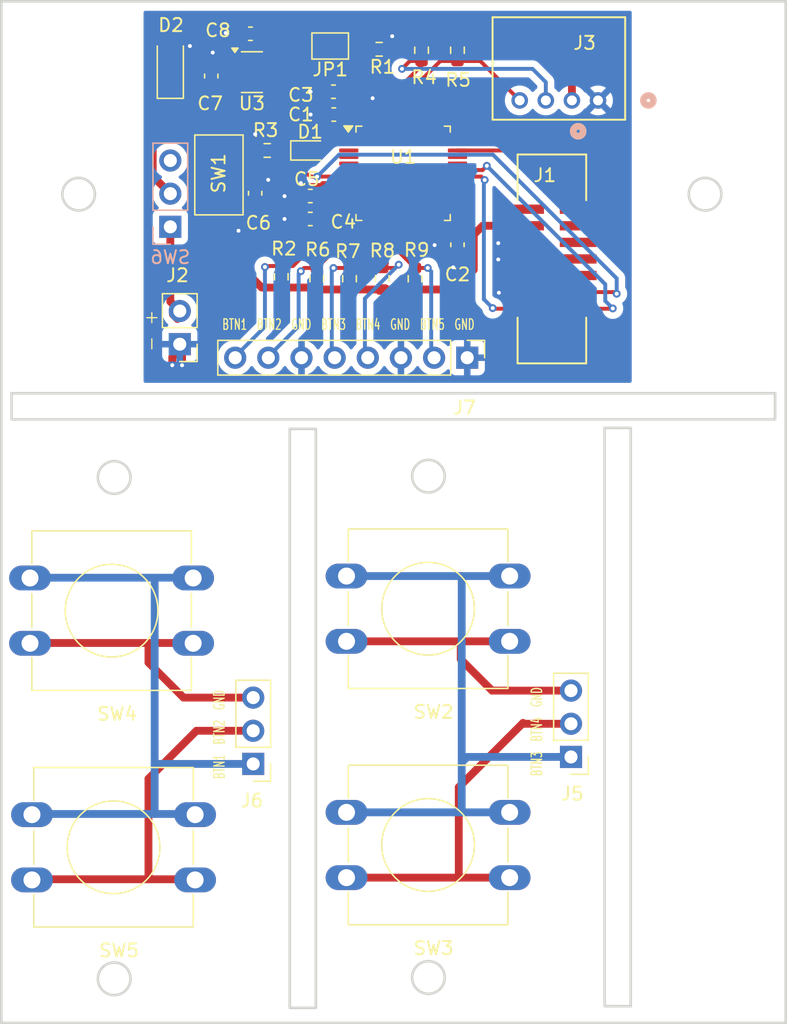
<source format=kicad_pcb>
(kicad_pcb (version 20240108) (generator "pcbnew") (generator_version "8.0")
  (layers (0 "F.Cu" signal) (31 "B.Cu" signal) (34 "B.Paste" user) (35 "F.Paste" user) (36 "B.SilkS" user "B.Silkscreen") (37 "F.SilkS" user "F.Silkscreen") (38 "B.Mask" user) (39 "F.Mask" user) (44 "Edge.Cuts" user))
  (net 0 "")
  (net 1 "VCC")
  (net 2 "GND")
  (net 3 "/NRST")
  (net 4 "Net-(D1-K)")
  (net 7 "unconnected-(J1-JTDO{slash}SWO-Pad8)")
  (net 9 "/SWDIO")
  (net 11 "/SWCLK")
  (net 12 "Net-(JP1-A)")
  (net 13 "/B9")
  (net 14 "/I2C_SDA")
  (net 15 "/I2C_SCL")
  (net 16 "/C14")
  (net 17 "/B4")
  (net 18 "/B15")
  (net 19 "/A12")
  (net 20 "/B12")
  (net 21 "/F1")
  (net 22 "/C15")
  (net 23 "/B1")
  (net 24 "/A11")
  (net 25 "/B11")
  (net 26 "/B5")
  (net 27 "/B3")
  (net 28 "/A8")
  (net 29 "/B14")
  (net 30 "/F7")
  (net 31 "/F0")
  (net 32 "/B8")
  (net 33 "/B2")
  (net 34 "V_BAT")
  (net 36 "/B10")
  (net 37 "/B13")
  (net 38 "/A15")
  (net 39 "/B0")
  (net 40 "/F6")
  (net 41 "/TEST_LED")
  (net 42 "/USART1_TX")
  (net 43 "/USART1_RX")
  (net 44 "/BTN4")
  (net 45 "/BTN5")
  (net 46 "/BTN1")
  (net 47 "/BTN3")
  (net 48 "/BTN2")
  (net 49 "Net-(J5-Pin_1)")
  (net 50 "Net-(J5-Pin_3)")
  (net 51 "Net-(J5-Pin_2)")
  (net 52 "Net-(J6-Pin_2)")
  (net 53 "Net-(J6-Pin_1)")
  (net 54 "Net-(J6-Pin_3)")
  (net 55 "/A2")
  (net 56 "/A1")
  (net 57 "/A0")
  (net 58 "Net-(D2-K)")
  (footprint "Connector_PinHeader_2.54mm:PinHeader_1x02_P2.54mm_Vertical" (layer "F.Cu") (at 120.35 50.09 180)
    (property "Reference" "J2" (at 0.175 5.275 0) (layer "F.SilkS"))
    (property "Value" "Conn_01x02")
    (pad "1" thru_hole rect (at 0 0 180) (size 1.7 1.7) (drill 1) (layers "*.Cu" "*.Mask") (net 2 "GND"))
    (pad "2" thru_hole oval (at 0 2.54 180) (size 1.7 1.7) (drill 1) (layers "*.Cu" "*.Mask") (net 34 "V_BAT"))
  )
  (footprint "Connector_PinHeader_2.54mm:PinHeader_1x08_P2.54mm_Vertical" (layer "F.Cu") (at 142.375 51.125 -90)
    (property "Reference" "J7" (at 3.825 0.2 0) (layer "F.SilkS"))
    (property "Value" "Conn_01x08")
    (pad "1" thru_hole rect (at 0 0 270) (size 1.7 1.7) (drill 1) (layers "*.Cu" "*.Mask") (net 2 "GND"))
    (pad "2" thru_hole oval (at 0 2.54 270) (size 1.7 1.7) (drill 1) (layers "*.Cu" "*.Mask") (net 45 "/BTN5"))
    (pad "3" thru_hole oval (at 0 5.08 270) (size 1.7 1.7) (drill 1) (layers "*.Cu" "*.Mask") (net 2 "GND"))
    (pad "4" thru_hole oval (at 0 7.62 270) (size 1.7 1.7) (drill 1) (layers "*.Cu" "*.Mask") (net 44 "/BTN4"))
    (pad "5" thru_hole oval (at 0 10.16 270) (size 1.7 1.7) (drill 1) (layers "*.Cu" "*.Mask") (net 47 "/BTN3"))
    (pad "6" thru_hole oval (at 0 12.7 270) (size 1.7 1.7) (drill 1) (layers "*.Cu" "*.Mask") (net 2 "GND"))
    (pad "7" thru_hole oval (at 0 15.24 270) (size 1.7 1.7) (drill 1) (layers "*.Cu" "*.Mask") (net 48 "/BTN2"))
    (pad "8" thru_hole oval (at 0 17.78 270) (size 1.7 1.7) (drill 1) (layers "*.Cu" "*.Mask") (net 46 "/BTN1"))
  )
  (footprint "LED_SMD:LED_0603_1608Metric" (layer "F.Cu") (at 130.3375 35.25)
    (property "Reference" "D1" (at 0 -1.43 0) (layer "F.SilkS"))
    (property "Value" "LED")
    (pad "1" smd roundrect (at -0.7875 0) (size 0.875 0.95) (layers "F.Cu" "F.Paste" "F.Mask") (net 4 "Net-(D1-K)"))
    (pad "2" smd roundrect (at 0.7875 0) (size 0.875 0.95) (layers "F.Cu" "F.Paste" "F.Mask") (net 41 "/TEST_LED"))
  )
  (footprint "Diode_SMD:D_SOD-123" (layer "F.Cu") (at 119.625 28.9 90)
    (property "Reference" "D2" (at 3.25 0.05 180) (layer "F.SilkS"))
    (property "Value" "D_Schottky")
    (pad "1" smd roundrect (at -1.65 0 90) (size 0.9 1.2) (layers "F.Cu" "F.Paste" "F.Mask") (net 58 "Net-(D2-K)"))
    (pad "2" smd roundrect (at 1.65 0 90) (size 0.9 1.2) (layers "F.Cu" "F.Paste" "F.Mask") (net 2 "GND"))
  )
  (footprint "Connector_PinHeader_2.54mm:PinHeader_1x03_P2.54mm_Vertical" (layer "F.Cu") (at 125.975 82.24 180)
    (property "Reference" "J6" (at 0.1 -2.81 0) (layer "F.SilkS"))
    (property "Value" "Conn_01x03")
    (pad "1" thru_hole rect (at 0 0 180) (size 1.7 1.7) (drill 1) (layers "*.Cu" "*.Mask") (net 53 "Net-(J6-Pin_1)"))
    (pad "2" thru_hole oval (at 0 2.54 180) (size 1.7 1.7) (drill 1) (layers "*.Cu" "*.Mask") (net 52 "Net-(J6-Pin_2)"))
    (pad "3" thru_hole oval (at 0 5.08 180) (size 1.7 1.7) (drill 1) (layers "*.Cu" "*.Mask") (net 54 "Net-(J6-Pin_3)"))
  )
  (footprint "STM32F030:CONN_S4B-PH-K-S_JST" (layer "F.Cu") (at 152.395099 31.4174 180)
    (property "Reference" "J3" (at 1.025 4.4 0) (layer "F.SilkS"))
    (property "Value" "Conn_01x04")
    (pad "1" thru_hole circle (at 0 0 180) (size 1.27 1.27) (drill 0.762) (layers "*.Cu" "*.Mask") (net 2 "GND"))
    (pad "2" thru_hole circle (at 1.999999 0 180) (size 1.27 1.27) (drill 0.762) (layers "*.Cu" "*.Mask") (net 1 "VCC"))
    (pad "3" thru_hole circle (at 4 0 180) (size 1.27 1.27) (drill 0.762) (layers "*.Cu" "*.Mask") (net 14 "/I2C_SDA"))
    (pad "4" thru_hole circle (at 5.999998 0 180) (size 1.27 1.27) (drill 0.762) (layers "*.Cu" "*.Mask") (net 15 "/I2C_SCL"))
  )
  (footprint "Button_Switch_THT:SW_PUSH-12mm" (layer "F.Cu") (at 121.525 91.125 180)
    (property "Reference" "SW5" (at 5.83 -5.41 0) (layer "F.SilkS"))
    (property "Value" "SW_Push")
    (pad "1" thru_hole oval (at 0 0 180) (size 3.2 1.9) (drill 1.3) (layers "*.Cu" "*.Mask") (net 52 "Net-(J6-Pin_2)"))
    (pad "1" thru_hole oval (at 12.5 0 180) (size 3.2 1.9) (drill 1.3) (layers "*.Cu" "*.Mask") (net 52 "Net-(J6-Pin_2)"))
    (pad "2" thru_hole oval (at 0 5 180) (size 3.2 1.9) (drill 1.3) (layers "*.Cu" "*.Mask") (net 53 "Net-(J6-Pin_1)"))
    (pad "2" thru_hole oval (at 12.5 5 180) (size 3.2 1.9) (drill 1.3) (layers "*.Cu" "*.Mask") (net 53 "Net-(J6-Pin_1)"))
  )
  (footprint "Capacitor_SMD:C_0603_1608Metric" (layer "F.Cu") (at 126.125 38.525 90)
    (property "Reference" "C6" (at -2.275 0.25 180) (layer "F.SilkS"))
    (property "Value" "100nF")
    (pad "1" smd roundrect (at -0.775 0 90) (size 0.9 0.95) (layers "F.Cu" "F.Paste" "F.Mask") (net 3 "/NRST"))
    (pad "2" smd roundrect (at 0.775 0 90) (size 0.9 0.95) (layers "F.Cu" "F.Paste" "F.Mask") (net 2 "GND"))
  )
  (footprint "Resistor_SMD:R_0603_1608Metric" (layer "F.Cu") (at 130.845 45.075 90)
    (property "Reference" "R6" (at 2.225 0.08 180) (layer "F.SilkS"))
    (property "Value" "10k")
    (pad "1" smd roundrect (at -0.825 0 90) (size 0.8 0.95) (layers "F.Cu" "F.Paste" "F.Mask") (net 1 "VCC"))
    (pad "2" smd roundrect (at 0.825 0 90) (size 0.8 0.95) (layers "F.Cu" "F.Paste" "F.Mask") (net 48 "/BTN2"))
  )
  (footprint "Package_QFP:LQFP-48_7x7mm_P0.5mm" (layer "F.Cu") (at 137.4625 37)
    (property "Reference" "U1" (at 0 -1.25 0) (layer "F.SilkS"))
    (property "Value" "STM32F030C8Tx")
    (pad "1" smd roundrect (at -4.1625 -2.75) (size 1.475 0.3) (layers "F.Cu" "F.Paste" "F.Mask") (net 1 "VCC"))
    (pad "2" smd roundrect (at -4.1625 -2.25) (size 1.475 0.3) (layers "F.Cu" "F.Paste" "F.Mask") (net 41 "/TEST_LED"))
    (pad "3" smd roundrect (at -4.1625 -1.75) (size 1.475 0.3) (layers "F.Cu" "F.Paste" "F.Mask") (net 16 "/C14"))
    (pad "4" smd roundrect (at -4.1625 -1.25) (size 1.475 0.3) (layers "F.Cu" "F.Paste" "F.Mask") (net 22 "/C15"))
    (pad "5" smd roundrect (at -4.1625 -0.75) (size 1.475 0.3) (layers "F.Cu" "F.Paste" "F.Mask") (net 31 "/F0"))
    (pad "6" smd roundrect (at -4.1625 -0.25) (size 1.475 0.3) (layers "F.Cu" "F.Paste" "F.Mask") (net 21 "/F1"))
    (pad "7" smd roundrect (at -4.1625 0.25) (size 1.475 0.3) (layers "F.Cu" "F.Paste" "F.Mask") (net 3 "/NRST"))
    (pad "8" smd roundrect (at -4.1625 0.75) (size 1.475 0.3) (layers "F.Cu" "F.Paste" "F.Mask") (net 2 "GND"))
    (pad "9" smd roundrect (at -4.1625 1.25) (size 1.475 0.3) (layers "F.Cu" "F.Paste" "F.Mask") (net 1 "VCC"))
    (pad "10" smd roundrect (at -4.1625 1.75) (size 1.475 0.3) (layers "F.Cu" "F.Paste" "F.Mask") (net 57 "/A0"))
    (pad "11" smd roundrect (at -4.1625 2.25) (size 1.475 0.3) (layers "F.Cu" "F.Paste" "F.Mask") (net 56 "/A1"))
    (pad "12" smd roundrect (at -4.1625 2.75) (size 1.475 0.3) (layers "F.Cu" "F.Paste" "F.Mask") (net 55 "/A2"))
    (pad "13" smd roundrect (at -2.75 4.1625) (size 0.3 1.475) (layers "F.Cu" "F.Paste" "F.Mask") (net 46 "/BTN1"))
    (pad "14" smd roundrect (at -2.25 4.1625) (size 0.3 1.475) (layers "F.Cu" "F.Paste" "F.Mask") (net 48 "/BTN2"))
    (pad "15" smd roundrect (at -1.75 4.1625) (size 0.3 1.475) (layers "F.Cu" "F.Paste" "F.Mask") (net 47 "/BTN3"))
    (pad "16" smd roundrect (at -1.25 4.1625) (size 0.3 1.475) (layers "F.Cu" "F.Paste" "F.Mask") (net 44 "/BTN4"))
    (pad "17" smd roundrect (at -0.75 4.1625) (size 0.3 1.475) (layers "F.Cu" "F.Paste" "F.Mask") (net 45 "/BTN5"))
    (pad "18" smd roundrect (at -0.25 4.1625) (size 0.3 1.475) (layers "F.Cu" "F.Paste" "F.Mask") (net 39 "/B0"))
    (pad "19" smd roundrect (at 0.25 4.1625) (size 0.3 1.475) (layers "F.Cu" "F.Paste" "F.Mask") (net 23 "/B1"))
    (pad "20" smd roundrect (at 0.75 4.1625) (size 0.3 1.475) (layers "F.Cu" "F.Paste" "F.Mask") (net 33 "/B2"))
    (pad "21" smd roundrect (at 1.25 4.1625) (size 0.3 1.475) (layers "F.Cu" "F.Paste" "F.Mask") (net 36 "/B10"))
    (pad "22" smd roundrect (at 1.75 4.1625) (size 0.3 1.475) (layers "F.Cu" "F.Paste" "F.Mask") (net 25 "/B11"))
    (pad "23" smd roundrect (at 2.25 4.1625) (size 0.3 1.475) (layers "F.Cu" "F.Paste" "F.Mask") (net 2 "GND"))
    (pad "24" smd roundrect (at 2.75 4.1625) (size 0.3 1.475) (layers "F.Cu" "F.Paste" "F.Mask") (net 1 "VCC"))
    (pad "25" smd roundrect (at 4.1625 2.75) (size 1.475 0.3) (layers "F.Cu" "F.Paste" "F.Mask") (net 20 "/B12"))
    (pad "26" smd roundrect (at 4.1625 2.25) (size 1.475 0.3) (layers "F.Cu" "F.Paste" "F.Mask") (net 37 "/B13"))
    (pad "27" smd roundrect (at 4.1625 1.75) (size 1.475 0.3) (layers "F.Cu" "F.Paste" "F.Mask") (net 29 "/B14"))
    (pad "28" smd roundrect (at 4.1625 1.25) (size 1.475 0.3) (layers "F.Cu" "F.Paste" "F.Mask") (net 18 "/B15"))
    (pad "29" smd roundrect (at 4.1625 0.75) (size 1.475 0.3) (layers "F.Cu" "F.Paste" "F.Mask") (net 28 "/A8"))
    (pad "30" smd roundrect (at 4.1625 0.25) (size 1.475 0.3) (layers "F.Cu" "F.Paste" "F.Mask") (net 42 "/USART1_TX"))
    (pad "31" smd roundrect (at 4.1625 -0.25) (size 1.475 0.3) (layers "F.Cu" "F.Paste" "F.Mask") (net 43 "/USART1_RX"))
    (pad "32" smd roundrect (at 4.1625 -0.75) (size 1.475 0.3) (layers "F.Cu" "F.Paste" "F.Mask") (net 24 "/A11"))
    (pad "33" smd roundrect (at 4.1625 -1.25) (size 1.475 0.3) (layers "F.Cu" "F.Paste" "F.Mask") (net 19 "/A12"))
    (pad "34" smd roundrect (at 4.1625 -1.75) (size 1.475 0.3) (layers "F.Cu" "F.Paste" "F.Mask") (net 9 "/SWDIO"))
    (pad "35" smd roundrect (at 4.1625 -2.25) (size 1.475 0.3) (layers "F.Cu" "F.Paste" "F.Mask") (net 40 "/F6"))
    (pad "36" smd roundrect (at 4.1625 -2.75) (size 1.475 0.3) (layers "F.Cu" "F.Paste" "F.Mask") (net 30 "/F7"))
    (pad "37" smd roundrect (at 2.75 -4.1625) (size 0.3 1.475) (layers "F.Cu" "F.Paste" "F.Mask") (net 11 "/SWCLK"))
    (pad "38" smd roundrect (at 2.25 -4.1625) (size 0.3 1.475) (layers "F.Cu" "F.Paste" "F.Mask") (net 38 "/A15"))
    (pad "39" smd roundrect (at 1.75 -4.1625) (size 0.3 1.475) (layers "F.Cu" "F.Paste" "F.Mask") (net 27 "/B3"))
    (pad "40" smd roundrect (at 1.25 -4.1625) (size 0.3 1.475) (layers "F.Cu" "F.Paste" "F.Mask") (net 17 "/B4"))
    (pad "41" smd roundrect (at 0.75 -4.1625) (size 0.3 1.475) (layers "F.Cu" "F.Paste" "F.Mask") (net 26 "/B5"))
    (pad "42" smd roundrect (at 0.25 -4.1625) (size 0.3 1.475) (layers "F.Cu" "F.Paste" "F.Mask") (net 15 "/I2C_SCL"))
    (pad "43" smd roundrect (at -0.25 -4.1625) (size 0.3 1.475) (layers "F.Cu" "F.Paste" "F.Mask") (net 14 "/I2C_SDA"))
    (pad "44" smd roundrect (at -0.75 -4.1625) (size 0.3 1.475) (layers "F.Cu" "F.Paste" "F.Mask") (net 12 "Net-(JP1-A)"))
    (pad "45" smd roundrect (at -1.25 -4.1625) (size 0.3 1.475) (layers "F.Cu" "F.Paste" "F.Mask") (net 32 "/B8"))
    (pad "46" smd roundrect (at -1.75 -4.1625) (size 0.3 1.475) (layers "F.Cu" "F.Paste" "F.Mask") (net 13 "/B9"))
    (pad "47" smd roundrect (at -2.25 -4.1625) (size 0.3 1.475) (layers "F.Cu" "F.Paste" "F.Mask") (net 2 "GND"))
    (pad "48" smd roundrect (at -2.75 -4.1625) (size 0.3 1.475) (layers "F.Cu" "F.Paste" "F.Mask") (net 1 "VCC"))
  )
  (footprint "Button_Switch_THT:SW_PUSH-12mm" (layer "F.Cu") (at 145.625 90.95 180)
    (property "Reference" "SW3" (at 5.83 -5.41 0) (layer "F.SilkS"))
    (property "Value" "SW_Push")
    (pad "1" thru_hole oval (at 0 0 180) (size 3.2 1.9) (drill 1.3) (layers "*.Cu" "*.Mask") (net 51 "Net-(J5-Pin_2)"))
    (pad "1" thru_hole oval (at 12.5 0 180) (size 3.2 1.9) (drill 1.3) (layers "*.Cu" "*.Mask") (net 51 "Net-(J5-Pin_2)"))
    (pad "2" thru_hole oval (at 0 5 180) (size 3.2 1.9) (drill 1.3) (layers "*.Cu" "*.Mask") (net 49 "Net-(J5-Pin_1)"))
    (pad "2" thru_hole oval (at 12.5 5 180) (size 3.2 1.9) (drill 1.3) (layers "*.Cu" "*.Mask") (net 49 "Net-(J5-Pin_1)"))
  )
  (footprint "Resistor_SMD:R_0603_1608Metric" (layer "F.Cu") (at 135.865 45.075 90)
    (property "Reference" "R8" (at 2.15 0.01 180) (layer "F.SilkS"))
    (property "Value" "10k")
    (pad "1" smd roundrect (at -0.825 0 90) (size 0.8 0.95) (layers "F.Cu" "F.Paste" "F.Mask") (net 1 "VCC"))
    (pad "2" smd roundrect (at 0.825 0 90) (size 0.8 0.95) (layers "F.Cu" "F.Paste" "F.Mask") (net 44 "/BTN4"))
  )
  (footprint "Capacitor_SMD:C_0603_1608Metric" (layer "F.Cu") (at 130.35 40.5 180)
    (property "Reference" "C4" (at -2.525 -0.225 180) (layer "F.SilkS"))
    (property "Value" "10nF")
    (pad "1" smd roundrect (at -0.775 0 180) (size 0.9 0.95) (layers "F.Cu" "F.Paste" "F.Mask") (net 1 "VCC"))
    (pad "2" smd roundrect (at 0.775 0 180) (size 0.9 0.95) (layers "F.Cu" "F.Paste" "F.Mask") (net 2 "GND"))
  )
  (footprint "Resistor_SMD:R_0603_1608Metric" (layer "F.Cu") (at 127.05 35.25 180)
    (property "Reference" "R3" (at 0.125 1.55 0) (layer "F.SilkS"))
    (property "Value" "1k")
    (pad "1" smd roundrect (at -0.825 0 180) (size 0.8 0.95) (layers "F.Cu" "F.Paste" "F.Mask") (net 4 "Net-(D1-K)"))
    (pad "2" smd roundrect (at 0.825 0 180) (size 0.8 0.95) (layers "F.Cu" "F.Paste" "F.Mask") (net 2 "GND"))
  )
  (footprint "Capacitor_SMD:C_0603_1608Metric" (layer "F.Cu") (at 122.7625 29.55 90)
    (property "Reference" "C7" (at -2.1 -0.0875 180) (layer "F.SilkS"))
    (property "Value" "1uF")
    (pad "1" smd roundrect (at -0.775 0 90) (size 0.9 0.95) (layers "F.Cu" "F.Paste" "F.Mask") (net 58 "Net-(D2-K)"))
    (pad "2" smd roundrect (at 0.775 0 90) (size 0.9 0.95) (layers "F.Cu" "F.Paste" "F.Mask") (net 2 "GND"))
  )
  (footprint "Capacitor_SMD:C_0603_1608Metric" (layer "F.Cu") (at 132.15 32.5 180)
    (property "Reference" "C1" (at 2.525 0 0) (layer "F.SilkS"))
    (property "Value" "100nF")
    (pad "1" smd roundrect (at -0.775 0 180) (size 0.9 0.95) (layers "F.Cu" "F.Paste" "F.Mask") (net 1 "VCC"))
    (pad "2" smd roundrect (at 0.775 0 180) (size 0.9 0.95) (layers "F.Cu" "F.Paste" "F.Mask") (net 2 "GND"))
  )
  (footprint "Resistor_SMD:R_0603_1608Metric" (layer "F.Cu") (at 138.875 27.575 -90)
    (property "Reference" "R4" (at 2.075 -0.2 180) (layer "F.SilkS"))
    (property "Value" "10k")
    (pad "1" smd roundrect (at -0.825 0 270) (size 0.8 0.95) (layers "F.Cu" "F.Paste" "F.Mask") (net 1 "VCC"))
    (pad "2" smd roundrect (at 0.825 0 270) (size 0.8 0.95) (layers "F.Cu" "F.Paste" "F.Mask") (net 14 "/I2C_SDA"))
  )
  (footprint "Resistor_SMD:R_0603_1608Metric" (layer "F.Cu") (at 135.625 27.5)
    (property "Reference" "R1" (at 0.25 1.35 0) (layer "F.SilkS"))
    (property "Value" "10k")
    (pad "1" smd roundrect (at -0.825 0) (size 0.8 0.95) (layers "F.Cu" "F.Paste" "F.Mask") (net 12 "Net-(JP1-A)"))
    (pad "2" smd roundrect (at 0.825 0) (size 0.8 0.95) (layers "F.Cu" "F.Paste" "F.Mask") (net 2 "GND"))
  )
  (footprint "Capacitor_SMD:C_0603_1608Metric" (layer "F.Cu") (at 132.125 30.75 180)
    (property "Reference" "C3" (at 2.5 -0.25 0) (layer "F.SilkS"))
    (property "Value" "1.47uF")
    (pad "1" smd roundrect (at -0.775 0 180) (size 0.9 0.95) (layers "F.Cu" "F.Paste" "F.Mask") (net 1 "VCC"))
    (pad "2" smd roundrect (at 0.775 0 180) (size 0.9 0.95) (layers "F.Cu" "F.Paste" "F.Mask") (net 2 "GND"))
  )
  (footprint "Button_Switch_THT:SW_PUSH-12mm" (layer "F.Cu") (at 145.625 72.85 180)
    (property "Reference" "SW2" (at 5.83 -5.41 0) (layer "F.SilkS"))
    (property "Value" "SW_Push")
    (pad "1" thru_hole oval (at 0 0 180) (size 3.2 1.9) (drill 1.3) (layers "*.Cu" "*.Mask") (net 50 "Net-(J5-Pin_3)"))
    (pad "1" thru_hole oval (at 12.5 0 180) (size 3.2 1.9) (drill 1.3) (layers "*.Cu" "*.Mask") (net 50 "Net-(J5-Pin_3)"))
    (pad "2" thru_hole oval (at 0 5 180) (size 3.2 1.9) (drill 1.3) (layers "*.Cu" "*.Mask") (net 49 "Net-(J5-Pin_1)"))
    (pad "2" thru_hole oval (at 12.5 5 180) (size 3.2 1.9) (drill 1.3) (layers "*.Cu" "*.Mask") (net 49 "Net-(J5-Pin_1)"))
  )
  (footprint "Resistor_SMD:R_0603_1608Metric" (layer "F.Cu") (at 138.375 45.075 90)
    (property "Reference" "R9" (at 2.2 0.125 180) (layer "F.SilkS"))
    (property "Value" "10k")
    (pad "1" smd roundrect (at -0.825 0 90) (size 0.8 0.95) (layers "F.Cu" "F.Paste" "F.Mask") (net 1 "VCC"))
    (pad "2" smd roundrect (at 0.825 0 90) (size 0.8 0.95) (layers "F.Cu" "F.Paste" "F.Mask") (net 45 "/BTN5"))
  )
  (footprint "Capacitor_SMD:C_0603_1608Metric" (layer "F.Cu") (at 141.625 42.475 -90)
    (property "Reference" "C2" (at 2.275 0 180) (layer "F.SilkS"))
    (property "Value" "100nF")
    (pad "1" smd roundrect (at -0.775 0 270) (size 0.9 0.95) (layers "F.Cu" "F.Paste" "F.Mask") (net 1 "VCC"))
    (pad "2" smd roundrect (at 0.775 0 270) (size 0.9 0.95) (layers "F.Cu" "F.Paste" "F.Mask") (net 2 "GND"))
  )
  (footprint "Resistor_SMD:R_0603_1608Metric" (layer "F.Cu") (at 128.125 44.925 90)
    (property "Reference" "R2" (at 2.15 0.2 180) (layer "F.SilkS"))
    (property "Value" "10k")
    (pad "1" smd roundrect (at -0.825 0 90) (size 0.8 0.95) (layers "F.Cu" "F.Paste" "F.Mask") (net 1 "VCC"))
    (pad "2" smd roundrect (at 0.825 0 90) (size 0.8 0.95) (layers "F.Cu" "F.Paste" "F.Mask") (net 46 "/BTN1"))
  )
  (footprint "Capacitor_SMD:C_0603_1608Metric" (layer "F.Cu") (at 130.35 38.74 180)
    (property "Reference" "C5" (at 0.275 1.29 180) (layer "F.SilkS"))
    (property "Value" "1uF")
    (pad "1" smd roundrect (at -0.775 0 180) (size 0.9 0.95) (layers "F.Cu" "F.Paste" "F.Mask") (net 1 "VCC"))
    (pad "2" smd roundrect (at 0.775 0 180) (size 0.9 0.95) (layers "F.Cu" "F.Paste" "F.Mask") (net 2 "GND"))
  )
  (footprint "Resistor_SMD:R_0603_1608Metric" (layer "F.Cu") (at 133.355 45.075 90)
    (property "Reference" "R7" (at 2.1 -0.13 180) (layer "F.SilkS"))
    (property "Value" "10k")
    (pad "1" smd roundrect (at -0.825 0 90) (size 0.8 0.95) (layers "F.Cu" "F.Paste" "F.Mask") (net 1 "VCC"))
    (pad "2" smd roundrect (at 0.825 0 90) (size 0.8 0.95) (layers "F.Cu" "F.Paste" "F.Mask") (net 47 "/BTN3"))
  )
  (footprint "Jumper:SolderJumper-2_P1.3mm_Open_Pad1.0x1.5mm" (layer "F.Cu") (at 131.875 27.25 180)
    (property "Reference" "JP1" (at 0 -1.8 0) (layer "F.SilkS"))
    (property "Value" "Jumper_2_Open")
    (pad "1" smd rect (at -0.65 0 180) (size 1 1.5) (layers "F.Cu" "F.Mask") (net 12 "Net-(JP1-A)"))
    (pad "2" smd rect (at 0.65 0 180) (size 1 1.5) (layers "F.Cu" "F.Mask") (net 1 "VCC"))
  )
  (footprint "Button_Switch_THT:SW_PUSH-12mm" (layer "F.Cu") (at 121.375 73 180)
    (property "Reference" "SW4" (at 5.83 -5.41 0) (layer "F.SilkS"))
    (property "Value" "SW_Push")
    (pad "1" thru_hole oval (at 0 0 180) (size 3.2 1.9) (drill 1.3) (layers "*.Cu" "*.Mask") (net 54 "Net-(J6-Pin_3)"))
    (pad "1" thru_hole oval (at 12.5 0 180) (size 3.2 1.9) (drill 1.3) (layers "*.Cu" "*.Mask") (net 54 "Net-(J6-Pin_3)"))
    (pad "2" thru_hole oval (at 0 5 180) (size 3.2 1.9) (drill 1.3) (layers "*.Cu" "*.Mask") (net 53 "Net-(J6-Pin_1)"))
    (pad "2" thru_hole oval (at 12.5 5 180) (size 3.2 1.9) (drill 1.3) (layers "*.Cu" "*.Mask") (net 53 "Net-(J6-Pin_1)"))
  )
  (footprint "Capacitor_SMD:C_0603_1608Metric" (layer "F.Cu") (at 125.7625 26.31 180)
    (property "Reference" "C8" (at 2.4875 0.26 0) (layer "F.SilkS"))
    (property "Value" "1uF")
    (pad "1" smd roundrect (at -0.775 0 180) (size 0.9 0.95) (layers "F.Cu" "F.Paste" "F.Mask") (net 1 "VCC"))
    (pad "2" smd roundrect (at 0.775 0 180) (size 0.9 0.95) (layers "F.Cu" "F.Paste" "F.Mask") (net 2 "GND"))
  )
  (footprint "Connector_PinHeader_2.54mm:PinHeader_1x03_P2.54mm_Vertical" (layer "F.Cu") (at 150.325 81.705 180)
    (property "Reference" "J5" (at -0.1 -2.82 0) (layer "F.SilkS"))
    (property "Value" "Conn_01x03")
    (pad "1" thru_hole rect (at 0 0 180) (size 1.7 1.7) (drill 1) (layers "*.Cu" "*.Mask") (net 49 "Net-(J5-Pin_1)"))
    (pad "2" thru_hole oval (at 0 2.54 180) (size 1.7 1.7) (drill 1) (layers "*.Cu" "*.Mask") (net 51 "Net-(J5-Pin_2)"))
    (pad "3" thru_hole oval (at 0 5.08 180) (size 1.7 1.7) (drill 1) (layers "*.Cu" "*.Mask") (net 50 "Net-(J5-Pin_3)"))
  )
  (footprint "Button_Switch_SMD:SW_SPST_CK_RS282G05A3" (layer "F.Cu") (at 123.35 37.125 90)
    (property "Reference" "SW1" (at 0.125 -0.025 90) (layer "F.SilkS"))
    (property "Value" "Reset")
    (pad "1" smd rect (at -3.9 0 90) (size 1.5 1.5) (layers "F.Cu" "F.Paste" "F.Mask") (net 2 "GND"))
    (pad "2" smd rect (at 3.9 0 90) (size 1.5 1.5) (layers "F.Cu" "F.Paste" "F.Mask") (net 3 "/NRST"))
  )
  (footprint "Package_TO_SOT_SMD:SOT-23-5" (layer "F.Cu") (at 125.875 29.25)
    (property "Reference" "U3" (at 0 2.4 180) (layer "F.SilkS"))
    (property "Value" "MIC5504-3.3YM5" (hide yes))
    (pad "1" smd roundrect (at -1.1375 -0.95) (size 1.325 0.6) (layers "F.Cu" "F.Paste" "F.Mask") (net 58 "Net-(D2-K)"))
    (pad "2" smd roundrect (at -1.1375 0) (size 1.325 0.6) (layers "F.Cu" "F.Paste" "F.Mask") (net 2 "GND"))
    (pad "3" smd roundrect (at -1.1375 0.95) (size 1.325 0.6) (layers "F.Cu" "F.Paste" "F.Mask") (net 58 "Net-(D2-K)"))
    (pad "4" smd roundrect (at 1.1375 0.95) (size 1.325 0.6) (layers "F.Cu" "F.Paste" "F.Mask"))
    (pad "5" smd roundrect (at 1.1375 -0.95) (size 1.325 0.6) (layers "F.Cu" "F.Paste" "F.Mask") (net 1 "VCC"))
  )
  (footprint "Resistor_SMD:R_0603_1608Metric" (layer "F.Cu") (at 141.625 27.575 -90)
    (property "Reference" "R5" (at 2.275 -0.05 180) (layer "F.SilkS"))
    (property "Value" "10k")
    (pad "1" smd roundrect (at -0.825 0 270) (size 0.8 0.95) (layers "F.Cu" "F.Paste" "F.Mask") (net 1 "VCC"))
    (pad "2" smd roundrect (at 0.825 0 270) (size 0.8 0.95) (layers "F.Cu" "F.Paste" "F.Mask") (net 15 "/I2C_SCL"))
  )
  (footprint "STDC14:CONN14_3221-14-0300-00-TR_CNC" (layer "F.Cu") (at 148.86 43.56 -90)
    (property "Reference" "J1" (at -6.41 0.535 0) (layer "F.SilkS"))
    (property "Value" "Conn_ST_STDC14")
    (pad "1" smd rect (at -3.81 2.015 270) (size 0.7112 2.8194) (layers "F.Cu" "F.Paste" "F.Mask"))
    (pad "2" smd rect (at -3.81 -2.015 270) (size 0.7112 2.8194) (layers "F.Cu" "F.Paste" "F.Mask"))
    (pad "3" smd rect (at -2.54 2.015 270) (size 0.7112 2.8194) (layers "F.Cu" "F.Paste" "F.Mask") (net 1 "VCC"))
    (pad "4" smd rect (at -2.54 -2.015 270) (size 0.7112 2.8194) (layers "F.Cu" "F.Paste" "F.Mask") (net 9 "/SWDIO"))
    (pad "5" smd rect (at -1.27 2.015 270) (size 0.7112 2.8194) (layers "F.Cu" "F.Paste" "F.Mask") (net 2 "GND"))
    (pad "6" smd rect (at -1.27 -2.015 270) (size 0.7112 2.8194) (layers "F.Cu" "F.Paste" "F.Mask") (net 11 "/SWCLK"))
    (pad "7" smd rect (at 0 2.015 270) (size 0.7112 2.8194) (layers "F.Cu" "F.Paste" "F.Mask") (net 2 "GND"))
    (pad "8" smd rect (at 0 -2.015 270) (size 0.7112 2.8194) (layers "F.Cu" "F.Paste" "F.Mask") (net 7 "unconnected-(J1-JTDO{slash}SWO-Pad8)"))
    (pad "9" smd rect (at 1.27 2.015 270) (size 0.7112 2.8194) (layers "F.Cu" "F.Paste" "F.Mask"))
    (pad "10" smd rect (at 1.27 -2.015 270) (size 0.7112 2.8194) (layers "F.Cu" "F.Paste" "F.Mask"))
    (pad "11" smd rect (at 2.54 2.015 270) (size 0.7112 2.8194) (layers "F.Cu" "F.Paste" "F.Mask") (net 2 "GND"))
    (pad "12" smd rect (at 2.54 -2.015 270) (size 0.7112 2.8194) (layers "F.Cu" "F.Paste" "F.Mask") (net 3 "/NRST"))
    (pad "13" smd rect (at 3.81 2.015 270) (size 0.7112 2.8194) (layers "F.Cu" "F.Paste" "F.Mask") (net 42 "/USART1_TX"))
    (pad "14" smd rect (at 3.81 -2.015 270) (size 0.7112 2.8194) (layers "F.Cu" "F.Paste" "F.Mask") (net 43 "/USART1_RX"))
  )
  (footprint "Connector_PinHeader_2.54mm:PinHeader_1x03_P2.54mm_Vertical" (layer "B.Cu") (at 119.625 41.1)
    (property "Reference" "SW6" (at 0 2.33 180) (layer "B.SilkS") (effects (justify mirror)))
    (property "Value" "SW_SPDT")
    (pad "1" thru_hole rect (at 0 0) (size 1.7 1.7) (drill 1) (layers "*.Cu" "*.Mask") (net 34 "V_BAT"))
    (pad "2" thru_hole oval (at 0 -2.54) (size 1.7 1.7) (drill 1) (layers "*.Cu" "*.Mask") (net 58 "Net-(D2-K)"))
    (pad "3" thru_hole oval (at 0 -5.08) (size 1.7 1.7) (drill 1) (layers "*.Cu" "*.Mask"))
  )
  (gr_rect (start 128.775 56.575) (end 130.775 100.925) (stroke (width 0.2)) (fill none) (layer "Edge.Cuts"))
  (gr_circle (center 139.4 98.6) (end 140.65 98.6) (stroke (width 0.2)) (fill none) (layer "Edge.Cuts"))
  (gr_rect (start 106.675 23.825) (end 166.775 102.075) (stroke (width 0.2)) (fill none) (layer "Edge.Cuts"))
  (gr_circle (center 160.6 38.6) (end 161.85 38.6) (stroke (width 0.2)) (fill none) (layer "Edge.Cuts"))
  (gr_circle (center 112.6 38.6) (end 113.85 38.6) (stroke (width 0.2)) (fill none) (layer "Edge.Cuts"))
  (gr_circle (center 115.325 98.7) (end 116.575 98.7) (stroke (width 0.2)) (fill none) (layer "Edge.Cuts"))
  (gr_circle (center 115.325 60.3) (end 116.575 60.3) (stroke (width 0.2)) (fill none) (layer "Edge.Cuts"))
  (gr_rect (start 152.9 56.5) (end 154.9 100.8) (stroke (width 0.2)) (fill none) (layer "Edge.Cuts"))
  (gr_circle (center 139.4 60.2) (end 140.65 60.2) (stroke (width 0.2)) (fill none) (layer "Edge.Cuts"))
  (gr_rect (start 107.4625 53.85) (end 165.9625 55.85) (stroke (width 0.2)) (fill none) (layer "Edge.Cuts"))
  (gr_text "+ -" (at 117.7 47.375 270) (layer "F.SilkS") (effects (font (size 1 1) (thickness 0.1)) (justify left bottom)))
  (gr_text "BTN3  BTN4  GND" (at 148.175 76.3 90) (layer "F.SilkS") (effects (font (size 0.8 0.5) (thickness 0.1)) (justify right bottom)))
  (gr_text "BTN1  BTN2  GND  BTN3  BTN4  GND  BTN5  GND" (at 123.55 49.05 0) (layer "F.SilkS") (effects (font (size 0.8 0.5) (thickness 0.1)) (justify left bottom)))
  (gr_text "BTN1  BTN2  GND" (at 123.85 76.525 90) (layer "F.SilkS") (effects (font (size 0.8 0.5) (thickness 0.1)) (justify right bottom)))
  (segment (start 137.825 25.7) (end 131.825 25.7) (width 0.6) (layer "F.Cu") (net 1))
  (segment (start 132.925 32.5) (end 134.375 32.5) (width 0.6) (layer "F.Cu") (net 1))
  (segment (start 142.875 41.7) (end 143.555 41.02) (width 0.6) (layer "F.Cu") (net 1))
  (segment (start 138.875 26.75) (end 141.625 26.75) (width 0.6) (layer "F.Cu") (net 1))
  (segment (start 132.9 30.75) (end 132.9 32.475) (width 0.6) (layer "F.Cu") (net 1))
  (segment (start 126.5375 26.31) (end 127.1225 26.31) (width 0.6) (layer "F.Cu") (net 1))
  (segment (start 128.125 45.75) (end 130.695 45.75) (width 0.6) (layer "F.Cu") (net 1))
  (segment (start 134.5625 32.6875) (end 134.5625 32.8375) (width 0.6) (layer "F.Cu") (net 1))
  (segment (start 138.375 45.9) (end 135.865 45.9) (width 0.6) (layer "F.Cu") (net 1))
  (segment (start 133.3 38.25) (end 131.615 38.25) (width 0.3) (layer "F.Cu") (net 1))
  (segment (start 132.925 32.5) (end 132.925 33.725) (width 0.6) (layer "F.Cu") (net 1))
  (segment (start 138.875 26.75) (end 137.825 25.7) (width 0.6) (layer "F.Cu") (net 1))
  (segment (start 150.3951 28.7451) (end 150.3951 31.4174) (width 0.6) (layer "F.Cu") (net 1))
  (segment (start 126.625 42.5) (end 126.125 43) (width 0.6) (layer "F.Cu") (net 1))
  (segment (start 140.9 41.7) (end 140.3625 41.1625) (width 0.6) (layer "F.Cu") (net 1))
  (segment (start 128.125 45.75) (end 126.625 45.75) (width 0.6) (layer "F.Cu") (net 1))
  (segment (start 131.225 26.3) (end 131.225 27.25) (width 0.6) (layer "F.Cu") (net 1))
  (segment (start 131.225 27.25) (end 131.225 29.075) (width 0.6) (layer "F.Cu") (net 1))
  (segment (start 126.625 45.75) (end 125.625 44.75) (width 0.6) (layer "F.Cu") (net 1))
  (segment (start 132.925 33.725) (end 133.3 34.1) (width 0.6) (layer "F.Cu") (net 1))
  (segment (start 134.375 32.5) (end 134.5625 32.6875) (width 0.6) (layer "F.Cu") (net 1))
  (segment (start 142.875 41.7) (end 141.625 41.7) (width 0.6) (layer "F.Cu") (net 1))
  (segment (start 133.355 45.9) (end 130.845 45.9) (width 0.6) (layer "F.Cu") (net 1))
  (segment (start 130.695 45.75) (end 130.845 45.9) (width 0.6) (layer "F.Cu") (net 1))
  (segment (start 129.125 30.775) (end 128.2 31.7) (width 0.6) (layer "F.Cu") (net 1))
  (segment (start 131.615 38.25) (end 131.125 38.74) (width 0.3) (layer "F.Cu") (net 1))
  (segment (start 141.356371 45.9) (end 142.875 44.381371) (width 0.6) (layer "F.Cu") (net 1))
  (segment (start 146.845 41.02) (end 147.8991 41.02) (width 0.3) (layer "F.Cu") (net 1))
  (segment (start 146.125 26.75) (end 146.15 26.775) (width 0.6) (layer "F.Cu") (net 1))
  (segment (start 141.625 26.75) (end 146.125 26.75) (width 0.6) (layer "F.Cu") (net 1))
  (segment (start 131.125 40.5) (end 129.125 42.5) (width 0.6) (layer "F.Cu") (net 1))
  (segment (start 125.625 43.5) (end 125.625 44.125) (width 0.6) (layer "F.Cu") (net 1))
  (segment (start 122.375 31.7) (end 121.575 32.5) (width 0.6) (layer "F.Cu") (net 1))
  (segment (start 135.865 45.9) (end 133.355 45.9) (width 0.6) (layer "F.Cu") (net 1))
  (segment (start 121.575 41.975) (end 123.725 44.125) (width 0.6) (layer "F.Cu") (net 1))
  (segment (start 128.2 31.7) (end 122.375 31.7) (width 0.6) (layer "F.Cu") (net 1))
  (segment (start 129.125 42.5) (end 126.625 42.5) (width 0.6) (layer "F.Cu") (net 1))
  (segment (start 138.375 45.9) (end 141.356371 45.9) (width 0.6) (layer "F.Cu") (net 1))
  (segment (start 132.9 32.475) (end 132.925 32.5) (width 0.6) (layer "F.Cu") (net 1))
  (segment (start 142.875 44.381371) (end 142.875 41.7) (width 0.6) (layer "F.Cu") (net 1))
  (segment (start 146.15 26.775) (end 148.425 26.775) (width 0.6) (layer "F.Cu") (net 1))
  (segment (start 127.1225 26.31) (end 128.0625 27.25) (width 0.6) (layer "F.Cu") (net 1))
  (segment (start 131.825 25.7) (end 131.225 26.3) (width 0.6) (layer "F.Cu") (net 1))
  (segment (start 141.625 41.7) (end 140.9 41.7) (width 0.6) (layer "F.Cu") (net 1))
  (segment (start 131.225 29.075) (end 132.9 30.75) (width 0.6) (layer "F.Cu") (net 1))
  (segment (start 129.125 27.25) (end 128.0625 27.25) (width 0.6) (layer "F.Cu") (net 1))
  (segment (start 131.125 38.74) (end 131.125 40.5) (width 0.6) (layer "F.Cu") (net 1))
  (segment (start 128.0625 27.25) (end 127.0125 28.3) (width 0.6) (layer "F.Cu") (net 1))
  (segment (start 125.625 44.125) (end 125.625 44.75) (width 0.6) (layer "F.Cu") (net 1))
  (segment (start 143.555 41.02) (end 146.845 41.02) (width 0.6) (layer "F.Cu") (net 1))
  (segment (start 123.725 44.125) (end 125.625 44.125) (width 0.6) (layer "F.Cu") (net 1))
  (segment (start 129.125 27.25) (end 129.125 30.775) (width 0.6) (layer "F.Cu") (net 1))
  (segment (start 121.575 32.5) (end 121.575 41.975) (width 0.6) (layer "F.Cu") (net 1))
  (segment (start 131.225 27.25) (end 129.125 27.25) (width 0.6) (layer "F.Cu") (net 1))
  (segment (start 148.425 26.775) (end 150.3951 28.7451) (width 0.6) (layer "F.Cu") (net 1))
  (segment (start 126.125 43) (end 125.625 43.5) (width 0.6) (layer "F.Cu") (net 1))
  (segment (start 131.294239 37.75) (end 131.144239 37.9) (width 0.3) (layer "F.Cu") (net 2))
  (segment (start 123.875 26.25) (end 124.9275 26.25) (width 0.6) (layer "F.Cu") (net 2))
  (segment (start 124.7375 29.25) (end 123.2375 29.25) (width 0.6) (layer "F.Cu") (net 2))
  (segment (start 131.35 30.75) (end 130.375 30.75) (width 0.6) (layer "F.Cu") (net 2))
  (segment (start 140.625 43.25) (end 139.875 42.5) (width 0.6) (layer "F.Cu") (net 2))
  (segment (start 139.7125 42.3375) (end 139.875 42.5) (width 0.3) (layer "F.Cu") (net 2))
  (segment (start 129.775 37.9) (end 129.625 37.75) (width 0.3) (layer "F.Cu") (net 2))
  (segment (start 146.795 46.15) (end 146.845 46.1) (width 0.6) (layer "F.Cu") (net 2))
  (segment (start 133.3 37.75) (end 131.294239 37.75) (width 0.3) (layer "F.Cu") (net 2))
  (segment (start 120.525 51.05) (end 120.175 50.7) (width 0.6) (layer "F.Cu") (net 2))
  (segment (start 128.375 38.75) (end 129.565 38.75) (width 0.6) (layer "F.Cu") (net 2))
  (segment (start 119.775 51.1) (end 119.775 51.7) (width 0.6) (layer "F.Cu") (net 2))
  (segment (start 144.8 46.15) (end 146.795 46.15) (width 0.6) (layer "F.Cu") (net 2))
  (segment (start 144.75 42.35) (end 146.785 42.35) (width 0.6) (layer "F.Cu") (net 2))
  (segment (start 141.3 43.575) (end 141.625 43.25) (width 0.6) (layer "F.Cu") (net 2))
  (segment (start 131.375 32.5) (end 130.375 32.5) (width 0.6) (layer "F.Cu") (net 2))
  (segment (start 123.2375 29.25) (end 122.7625 28.775) (width 0.6) (layer "F.Cu") (net 2))
  (segment (start 146.785 42.35) (end 146.845 42.29) (width 0.6) (layer "F.Cu") (net 2))
  (segment (start 135.2125 31.3375) (end 135.125 31.25) (width 0.3) (layer "F.Cu") (net 2))
  (segment (start 119.625 27.25) (end 121.125 27.25) (width 0.6) (layer "F.Cu") (net 2))
  (segment (start 144.75 43.6) (end 146.805 43.6) (width 0.6) (layer "F.Cu") (net 2))
  (segment (start 131.144239 37.9) (end 129.775 37.9) (width 0.3) (layer "F.Cu") (net 2))
  (segment (start 129.565 38.75) (end 129.575 38.74) (width 0.6) (layer "F.Cu") (net 2))
  (segment (start 126.125 34) (end 126.125 35.15) (width 0.6) (layer "F.Cu") (net 2))
  (segment (start 124.85 41.4) (end 123.725 41.4) (width 0.6) (layer "F.Cu") (net 2))
  (segment (start 126.875 37.75) (end 127.125 37.5) (width 0.3) (layer "F.Cu") (net 2))
  (segment (start 141.3 44.2) (end 141.3 43.575) (width 0.6) (layer "F.Cu") (net 2))
  (segment (start 122.875 27.75) (end 122.875 28.6625) (width 0.6) (layer "F.Cu") (net 2))
  (segment (start 136.45 27.5) (end 136.45 26.675) (width 0.6) (layer "F.Cu") (net 2))
  (segment (start 136.45 26.675) (end 136.625 26.5) (width 0.6) (layer "F.Cu") (net 2))
  (segment (start 131.35 30.75) (end 131.35 32.475) (width 0.6) (layer "F.Cu") (net 2))
  (segment (start 141.625 43.25) (end 140.625 43.25) (width 0.6) (layer "F.Cu") (net 2))
  (segment (start 120.525 51.7) (end 120.525 51.05) (width 0.6) (layer "F.Cu") (net 2))
  (segment (start 146.805 43.6) (end 146.845 43.56) (width 0.6) (layer "F.Cu") (net 2))
  (segment (start 126.125 37.75) (end 126.875 37.75) (width 0.3) (layer "F.Cu") (net 2))
  (segment (start 123.725 41.4) (end 123.35 41.025) (width 0.6) (layer "F.Cu") (net 2))
  (segment (start 135.2125 32.8375) (end 135.2125 31.3375) (width 0.3) (layer "F.Cu") (net 2))
  (segment (start 128.375 40.5) (end 129.575 40.5) (width 0.6) (layer "F.Cu") (net 2))
  (segment (start 126.125 35.15) (end 126.225 35.25) (width 0.6) (layer "F.Cu") (net 2))
  (segment (start 124.9275 26.25) (end 124.9875 26.31) (width 0.6) (layer "F.Cu") (net 2))
  (segment (start 131.35 32.475) (end 131.375 32.5) (width 0.6) (layer "F.Cu") (net 2))
  (segment (start 122.875 28.6625) (end 122.7625 28.775) (width 0.6) (layer "F.Cu") (net 2))
  (segment (start 120.175 50.7) (end 119.775 51.1) (width 0.6) (layer "F.Cu") (net 2))
  (segment (start 139.7125 41.1625) (end 139.7125 42.3375) (width 0.3) (layer "F.Cu") (net 2))
  (via (at 123.875 26.25) (size 0.6) (drill 0.3) (layers "F.Cu" "B.Cu") (net 2))
  (via (at 120.525 51.7) (size 0.6) (drill 0.3) (layers "F.Cu" "B.Cu") (net 2))
  (via (at 128.375 38.75) (size 0.6) (drill 0.3) (layers "F.Cu" "B.Cu") (net 2))
  (via (at 129.625 37.75) (size 0.6) (drill 0.3) (layers "F.Cu" "B.Cu") (net 2))
  (via (at 130.375 30.75) (size 0.6) (drill 0.3) (layers "F.Cu" "B.Cu") (net 2))
  (via (at 141.3 44.2) (size 0.6) (drill 0.3) (layers "F.Cu" "B.Cu") (net 2))
  (via (at 124.85 41.4) (size 0.6) (drill 0.3) (layers "F.Cu" "B.Cu") (net 2))
  (via (at 126.125 34) (size 0.6) (drill 0.3) (layers "F.Cu" "B.Cu") (net 2))
  (via (at 135.125 31.25) (size 0.6) (drill 0.3) (layers "F.Cu" "B.Cu") (net 2))
  (via (at 144.8 46.15) (size 0.6) (drill 0.3) (layers "F.Cu" "B.Cu") (net 2))
  (via (at 139.875 42.5) (size 0.6) (drill 0.3) (layers "F.Cu" "B.Cu") (net 2))
  (via (at 127.125 37.5) (size 0.6) (drill 0.3) (layers "F.Cu" "B.Cu") (net 2))
  (via (at 121.125 27.25) (size 0.6) (drill 0.3) (layers "F.Cu" "B.Cu") (net 2))
  (via (at 119.775 51.7) (size 0.6) (drill 0.3) (layers "F.Cu" "B.Cu") (net 2))
  (via (at 122.875 27.75) (size 0.6) (drill 0.3) (layers "F.Cu" "B.Cu") (net 2))
  (via (at 136.625 26.5) (size 0.6) (drill 0.3) (layers "F.Cu" "B.Cu") (net 2))
  (via (at 144.75 42.35) (size 0.6) (drill 0.3) (layers "F.Cu" "B.Cu") (net 2))
  (via (at 128.375 40.5) (size 0.6) (drill 0.3) (layers "F.Cu" "B.Cu") (net 2))
  (via (at 130.375 32.5) (size 0.6) (drill 0.3) (layers "F.Cu" "B.Cu") (net 2))
  (via (at 144.75 43.6) (size 0.6) (drill 0.3) (layers "F.Cu" "B.Cu") (net 2))
  (segment (start 128.05 36.375) (end 125.125 36.375) (width 0.3) (layer "F.Cu") (net 3))
  (segment (start 128.775 37.1) (end 126.575 39.3) (width 0.3) (layer "F.Cu") (net 3))
  (segment (start 130.225 37.1) (end 128.775 37.1) (width 0.3) (layer "F.Cu") (net 3))
  (segment (start 153.7 46.1) (end 150.875 46.1) (width 0.3) (layer "F.Cu") (net 3))
  (segment (start 128.05 36.375) (end 128.775 37.1) (width 0.3) (layer "F.Cu") (net 3))
  (segment (start 125.125 36.375) (end 123.35 34.6) (width 0.3) (layer "F.Cu") (net 3))
  (segment (start 126.575 39.3) (end 126.125 39.3) (width 0.3) (layer "F.Cu") (net 3))
  (segment (start 130.875 37.25) (end 130.375 37.25) (width 0.3) (layer "F.Cu") (net 3))
  (segment (start 123.35 34.6) (end 123.35 33.225) (width 0.3) (layer "F.Cu") (net 3))
  (segment (start 153.825 46.225) (end 153.7 46.1) (width 0.2) (layer "F.Cu") (net 3))
  (segment (start 130.875 37.25) (end 133.3 37.25) (width 0.3) (layer "F.Cu") (net 3))
  (segment (start 130.375 37.25) (end 130.225 37.1) (width 0.3) (layer "F.Cu") (net 3))
  (via (at 153.825 46.225) (size 0.6) (drill 0.3) (layers "F.Cu" "B.Cu") (net 3))
  (via (at 130.875 37.25) (size 0.6) (drill 0.3) (layers "F.Cu" "B.Cu") (net 3))
  (segment (start 153.825 46.225) (end 153.825 45.05) (width 0.3) (layer "B.Cu") (net 3))
  (segment (start 153.825 45.05) (end 144.35 35.575) (width 0.3) (layer "B.Cu") (net 3))
  (segment (start 144.35 35.575) (end 132.55 35.575) (width 0.3) (layer "B.Cu") (net 3))
  (segment (start 132.55 35.575) (end 130.875 37.25) (width 0.3) (layer "B.Cu") (net 3))
  (segment (start 127.875 35.25) (end 129.55 35.25) (width 0.3) (layer "F.Cu") (net 4))
  (segment (start 150.935 43.5) (end 150.875 43.56) (width 0.6) (layer "F.Cu") (net 7))
  (segment (start 152.6347 39.2097) (end 148.675 35.25) (width 0.3) (layer "F.Cu") (net 9))
  (segment (start 150.875 41.02) (end 151.9291 41.02) (width 0.3) (layer "F.Cu") (net 9))
  (segment (start 151.9291 41.02) (end 152.6347 40.3144) (width 0.3) (layer "F.Cu") (net 9))
  (segment (start 148.675 35.25) (end 141.625 35.25) (width 0.3) (layer "F.Cu") (net 9))
  (segment (start 152.6347 40.3144) (end 152.6347 39.2097) (width 0.3) (layer "F.Cu") (net 9))
  (segment (start 150.895 41) (end 150.875 41.02) (width 0.3) (layer "F.Cu") (net 9))
  (segment (start 153.55 41.225) (end 152.485 42.29) (width 0.3) (layer "F.Cu") (net 11))
  (segment (start 142.2125 32.8375) (end 143.325 33.95) (width 0.3) (layer "F.Cu") (net 11))
  (segment (start 153.55 38.875) (end 153.55 41.225) (width 0.3) (layer "F.Cu") (net 11))
  (segment (start 148.625 33.95) (end 153.55 38.875) (width 0.3) (layer "F.Cu") (net 11))
  (segment (start 152.485 42.29) (end 150.875 42.29) (width 0.3) (layer "F.Cu") (net 11))
  (segment (start 140.2125 32.8375) (end 142.2125 32.8375) (width 0.3) (layer "F.Cu") (net 11))
  (segment (start 143.325 33.95) (end 148.625 33.95) (width 0.3) (layer "F.Cu") (net 11))
  (segment (start 134.8 27.5) (end 132.775 27.5) (width 0.3) (layer "F.Cu") (net 12))
  (segment (start 136.7125 30.3375) (end 134.8 28.425) (width 0.3) (layer "F.Cu") (net 12))
  (segment (start 136.7125 32.8375) (end 136.7125 30.3375) (width 0.3) (layer "F.Cu") (net 12))
  (segment (start 132.775 27.5) (end 132.525 27.25) (width 0.3) (layer "F.Cu") (net 12))
  (segment (start 134.8 28.425) (end 134.8 27.5) (width 0.3) (layer "F.Cu") (net 12))
  (segment (start 137.975 28.4) (end 137.375 29) (width 0.3) (layer "F.Cu") (net 14))
  (segment (start 137.2125 32.8375) (end 137.2125 30.4125) (width 0.3) (layer "F.Cu") (net 14))
  (segment (start 138.875 28.4) (end 137.975 28.4) (width 0.3) (layer "F.Cu") (net 14))
  (segment (start 138.875 28.75) (end 138.875 28.4) (width 0.3) (layer "F.Cu") (net 14))
  (segment (start 137.2125 30.4125) (end 138.875 28.75) (width 0.3) (layer "F.Cu") (net 14))
  (via (at 137.375 29) (size 0.6) (drill 0.3) (layers "F.Cu" "B.Cu") (net 14))
  (segment (start 148.395099 30.020099) (end 148.395099 31.4174) (width 0.3) (layer "B.Cu") (net 14))
  (segment (start 137.375 29) (end 147.375 29) (width 0.3) (layer "B.Cu") (net 14))
  (segment (start 147.375 29) (end 148.395099 30.020099) (width 0.3) (layer "B.Cu") (net 14))
  (segment (start 140.3125 28.4) (end 141.625 28.4) (width 0.3) (layer "F.Cu") (net 15))
  (segment (start 143.377701 28.4) (end 146.395101 31.4174) (width 0.3) (layer "F.Cu") (net 15))
  (segment (start 137.7125 32.8375) (end 137.7125 31) (width 0.3) (layer "F.Cu") (net 15))
  (segment (start 137.7125 31) (end 140.3125 28.4) (width 0.3) (layer "F.Cu") (net 15))
  (segment (start 141.625 28.4) (end 143.377701 28.4) (width 0.3) (layer "F.Cu") (net 15))
  (segment (start 119.825 47.81) (end 120.175 48.16) (width 0.6) (layer "F.Cu") (net 34))
  (segment (start 119.625 46.825) (end 120.35 47.55) (width 0.6) (layer "F.Cu") (net 34))
  (segment (start 119.625 41.1) (end 119.625 46.825) (width 0.6) (layer "F.Cu") (net 34))
  (segment (start 131.625 34.75) (end 131.125 35.25) (width 0.3) (layer "F.Cu") (net 41))
  (segment (start 133.3 34.75) (end 131.625 34.75) (width 0.3) (layer "F.Cu") (net 41))
  (segment (start 143.45 37.25) (end 141.625 37.25) (width 0.3) (layer "F.Cu") (net 42))
  (segment (start 143.7125 37.5125) (end 143.45 37.25) (width 0.3) (layer "F.Cu") (net 42))
  (segment (start 146.845 47.37) (end 147.8991 47.37) (width 0.2) (layer "F.Cu") (net 42))
  (segment (start 147.8991 47.37) (end 144.37 47.37) (width 0.3) (layer "F.Cu") (net 42))
  (segment (start 144.37 47.37) (end 144.325 47.325) (width 0.2) (layer "F.Cu") (net 42))
  (via (at 144.325 47.325) (size 0.6) (drill 0.3) (layers "F.Cu" "B.Cu") (net 42))
  (via (at 143.7125 37.5125) (size 0.6) (drill 0.3) (layers "F.Cu" "B.Cu") (net 42))
  (segment (start 143.65 37.825) (end 143.65 46.65) (width 0.3) (layer "B.Cu") (net 42))
  (segment (start 143.7125 37.5125) (end 143.7125 37.7625) (width 0.2) (layer "B.Cu") (net 42))
  (segment (start 144.325 47.325) (end 143.65 46.65) (width 0.3) (layer "B.Cu") (net 42))
  (segment (start 143.7125 37.7625) (end 143.65 37.825) (width 0.2) (layer "B.Cu") (net 42))
  (segment (start 141.625 36.75) (end 143.55 36.75) (width 0.3) (layer "F.Cu") (net 43))
  (segment (start 143.55 36.75) (end 143.875 36.425) (width 0.3) (layer "F.Cu") (net 43))
  (segment (start 153.525 47.35) (end 153.505 47.37) (width 0.2) (layer "F.Cu") (net 43))
  (segment (start 153.505 47.37) (end 150.875 47.37) (width 0.3) (layer "F.Cu") (net 43))
  (via (at 143.875 36.425) (size 0.6) (drill 0.3) (layers "F.Cu" "B.Cu") (net 43))
  (via (at 153.525 47.35) (size 0.6) (drill 0.3) (layers "F.Cu" "B.Cu") (net 43))
  (segment (start 153.525 47.35) (end 152.95 46.775) (width 0.3) (layer "B.Cu") (net 43))
  (segment (start 152.95 46.775) (end 152.95 45.5) (width 0.3) (layer "B.Cu") (net 43))
  (segment (start 152.95 45.5) (end 143.875 36.425) (width 0.3) (layer "B.Cu") (net 43))
  (segment (start 136.2125 41.1625) (end 136.2125 43.9025) (width 0.3) (layer "F.Cu") (net 44))
  (segment (start 136.2125 43.9025) (end 135.865 44.25) (width 0.3) (layer "F.Cu") (net 44))
  (segment (start 136.875 44.25) (end 137.125 44) (width 0.3) (layer "F.Cu") (net 44))
  (segment (start 135.865 44.25) (end 136.875 44.25) (width 0.3) (layer "F.Cu") (net 44))
  (via (at 137.125 44) (size 0.6) (drill 0.3) (layers "F.Cu" "B.Cu") (net 44))
  (segment (start 134.535 46.59) (end 137.125 44) (width 0.3) (layer "B.Cu") (net 44))
  (segment (start 137.125 44) (end 137.075 44.05) (width 0.3) (layer "B.Cu") (net 44))
  (segment (start 134.535 51.25) (end 134.535 46.59) (width 0.3) (layer "B.Cu") (net 44))
  (segment (start 136.7125 42.5875) (end 138.375 44.25) (width 0.3) (layer "F.Cu") (net 45))
  (segment (start 136.7125 41.1625) (end 136.7125 42.5875) (width 0.3) (layer "F.Cu") (net 45))
  (segment (start 138.375 44.25) (end 139.35 44.25) (width 0.3) (layer "F.Cu") (net 45))
  (via (at 139.35 44.25) (size 0.6) (drill 0.3) (layers "F.Cu" "B.Cu") (net 45))
  (segment (start 139.35 44.25) (end 139.615 44.515) (width 0.3) (layer "B.Cu") (net 45))
  (segment (start 139.615 44.515) (end 139.615 51.25) (width 0.3) (layer "B.Cu") (net 45))
  (segment (start 126.875 44.175) (end 127.225 44.1) (width 0.3) (layer "F.Cu") (net 46))
  (segment (start 131.9625 41.1625) (end 129.025 44.1) (width 0.3) (layer "F.Cu") (net 46))
  (segment (start 127.225 44.1) (end 128.125 44.1) (width 0.3) (layer "F.Cu") (net 46))
  (segment (start 129.025 44.1) (end 128.125 44.1) (width 0.3) (layer "F.Cu") (net 46))
  (segment (start 134.7125 41.1625) (end 131.9625 41.1625) (width 0.3) (layer "F.Cu") (net 46))
  (via (at 126.875 44.175) (size 0.6) (drill 0.3) (layers "F.Cu" "B.Cu") (net 46))
  (segment (start 126.875 44.175) (end 126.875 48.75) (width 0.3) (layer "B.Cu") (net 46))
  (segment (start 126.875 48.75) (end 124.375 51.25) (width 0.3) (layer "B.Cu") (net 46))
  (segment (start 135.7125 41.1625) (end 135.7125 42.75) (width 0.3) (layer "F.Cu") (net 47))
  (segment (start 135.7125 42.75) (end 134.2125 44.25) (width 0.3) (layer "F.Cu") (net 47))
  (segment (start 134.2125 44.25) (end 133.355 44.25) (width 0.3) (layer "F.Cu") (net 47))
  (segment (start 133.355 44.25) (end 132.125 44.25) (width 0.3) (layer "F.Cu") (net 47))
  (via (at 132.125 44.25) (size 0.6) (drill 0.3) (layers "F.Cu" "B.Cu") (net 47))
  (segment (start 131.995 44.38) (end 131.995 51.25) (width 0.3) (layer "B.Cu") (net 47))
  (segment (start 132.125 44.25) (end 131.995 44.38) (width 0.3) (layer "B.Cu") (net 47))
  (segment (start 130.845 44.25) (end 129.875 44.25) (width 0.3) (layer "F.Cu") (net 48))
  (segment (start 135.2125 41.1625) (end 135.2125 42.542894) (width 0.3) (layer "F.Cu") (net 48))
  (segment (start 134.565197 43.190197) (end 131.904803 43.190197) (width 0.3) (layer "F.Cu") (net 48))
  (segment (start 135.2125 42.542894) (end 134.565197 43.190197) (width 0.3) (layer "F.Cu") (net 48))
  (segment (start 129.875 44.25) (end 129.625 44.5) (width 0.3) (layer "F.Cu") (net 48))
  (segment (start 131.904803 43.190197) (end 130.845 44.25) (width 0.3) (layer "F.Cu") (net 48))
  (via (at 129.625 44.5) (size 0.6) (drill 0.3) (layers "F.Cu" "B.Cu") (net 48))
  (segment (start 129.455 48.71) (end 126.915 51.25) (width 0.3) (layer "B.Cu") (net 48))
  (segment (start 129.455 44.67) (end 129.455 48.71) (width 0.3) (layer "B.Cu") (net 48))
  (segment (start 129.625 44.5) (end 129.455 44.67) (width 0.3) (layer "B.Cu") (net 48))
  (segment (start 142.37 81.705) (end 141.95 82.125) (width 0.6) (layer "B.Cu") (net 49))
  (segment (start 150.325 81.705) (end 142.37 81.705) (width 0.6) (layer "B.Cu") (net 49))
  (segment (start 133.125 85.95) (end 142.125 85.95) (width 0.6) (layer "B.Cu") (net 49))
  (segment (start 142.125 85.95) (end 145.625 85.95) (width 0.6) (layer "B.Cu") (net 49))
  (segment (start 133.125 67.85) (end 141.95 67.85) (width 0.6) (layer "B.Cu") (net 49))
  (segment (start 141.95 82.125) (end 141.95 67.85) (width 0.6) (layer "B.Cu") (net 49))
  (segment (start 142.125 85.95) (end 141.95 85.775) (width 0.6) (layer "B.Cu") (net 49))
  (segment (start 141.95 85.775) (end 141.95 82.125) (width 0.6) (layer "B.Cu") (net 49))
  (segment (start 141.95 67.85) (end 145.625 67.85) (width 0.6) (layer "B.Cu") (net 49))
  (segment (start 141.875 74.225) (end 144.275 76.625) (width 0.6) (layer "F.Cu") (net 50))
  (segment (start 141.875 72.85) (end 145.625 72.85) (width 0.6) (layer "F.Cu") (net 50))
  (segment (start 141.875 72.85) (end 141.875 74.225) (width 0.6) (layer "F.Cu") (net 50))
  (segment (start 144.275 76.625) (end 150.325 76.625) (width 0.6) (layer "F.Cu") (net 50))
  (segment (start 133.125 72.85) (end 141.875 72.85) (width 0.6) (layer "F.Cu") (net 50))
  (segment (start 141.725 90.95) (end 141.725 84.025) (width 0.6) (layer "F.Cu") (net 51))
  (segment (start 146.65 79.1) (end 146.715 79.165) (width 0.6) (layer "F.Cu") (net 51))
  (segment (start 141.725 90.95) (end 145.625 90.95) (width 0.6) (layer "F.Cu") (net 51))
  (segment (start 133.125 90.95) (end 141.725 90.95) (width 0.6) (layer "F.Cu") (net 51))
  (segment (start 146.715 79.165) (end 150.325 79.165) (width 0.6) (layer "F.Cu") (net 51))
  (segment (start 141.725 84.025) (end 146.65 79.1) (width 0.6) (layer "F.Cu") (net 51))
  (segment (start 109.075 91.075) (end 117.95 91.075) (width 0.6) (layer "F.Cu") (net 52))
  (segment (start 121.625 79.7) (end 125.975 79.7) (width 0.6) (layer "F.Cu") (net 52))
  (segment (start 117.95 83.375) (end 121.625 79.7) (width 0.6) (layer "F.Cu") (net 52))
  (segment (start 117.95 91.075) (end 117.95 83.375) (width 0.6) (layer "F.Cu") (net 52))
  (segment (start 117.95 91.075) (end 121.575 91.075) (width 0.6) (layer "F.Cu") (net 52))
  (segment (start 122.14 86.075) (end 121.575 86.075) (width 0.2) (layer "F.Cu") (net 53))
  (segment (start 125.975 82.24) (end 118.435 82.24) (width 0.6) (layer "B.Cu") (net 53))
  (segment (start 118.425 68.175) (end 118.225 67.975) (width 0.6) (layer "B.Cu") (net 53))
  (segment (start 118.225 67.975) (end 121.45 67.975) (width 0.6) (layer "B.Cu") (net 53))
  (segment (start 118.425 86.075) (end 118.425 82.25) (width 0.6) (layer "B.Cu") (net 53))
  (segment (start 108.95 67.975) (end 118.225 67.975) (width 0.6) (layer "B.Cu") (net 53))
  (segment (start 109.075 86.075) (end 118.425 86.075) (width 0.6) (layer "B.Cu") (net 53))
  (segment (start 118.435 82.24) (end 118.425 82.25) (width 0.6) (layer "B.Cu") (net 53))
  (segment (start 118.425 82.25) (end 118.425 68.175) (width 0.6) (layer "B.Cu") (net 53))
  (segment (start 118.425 86.075) (end 121.575 86.075) (width 0.6) (layer "B.Cu") (net 53))
  (segment (start 117.95 74.475) (end 120.635 77.16) (width 0.6) (layer "F.Cu") (net 54))
  (segment (start 120.635 77.16) (end 125.975 77.16) (width 0.6) (layer "F.Cu") (net 54))
  (segment (start 117.95 72.975) (end 121.45 72.975) (width 0.6) (layer "F.Cu") (net 54))
  (segment (start 108.95 72.975) (end 117.95 72.975) (width 0.6) (layer "F.Cu") (net 54))
  (segment (start 117.95 72.975) (end 117.95 74.475) (width 0.6) (layer "F.Cu") (net 54))
  (segment (start 121.79 72.975) (end 121.45 72.975) (width 0.2) (layer "F.Cu") (net 54))
  (segment (start 123.3875 26.95) (end 122.225 26.95) (width 0.6) (layer "F.Cu") (net 58))
  (segment (start 122.8875 30.2) (end 122.7625 30.325) (width 0.6) (layer "F.Cu") (net 58))
  (segment (start 121.375 30.55) (end 122.5375 30.55) (width 0.6) (layer "F.Cu") (net 58))
  (segment (start 122.225 27.281371) (end 121.375 28.131371) (width 0.6) (layer "F.Cu") (net 58))
  (segment (start 122.5375 30.55) (end 122.7625 30.325) (width 0.6) (layer "F.Cu") (net 58))
  (segment (start 118.275 31.9) (end 118.275 37.21) (width 0.6) (layer "F.Cu") (net 58))
  (segment (start 122.225 26.95) (end 122.225 27.281371) (width 0.6) (layer "F.Cu") (net 58))
  (segment (start 118.275 37.21) (end 119.625 38.56) (width 0.6) (layer "F.Cu") (net 58))
  (segment (start 119.625 30.55) (end 121.375 30.55) (width 0.6) (layer "F.Cu") (net 58))
  (segment (start 119.625 30.55) (end 118.275 31.9) (width 0.6) (layer "F.Cu") (net 58))
  (segment (start 124.7375 30.2) (end 122.8875 30.2) (width 0.6) (layer "F.Cu") (net 58))
  (segment (start 124.7375 28.3) (end 123.3875 26.95) (width 0.6) (layer "F.Cu") (net 58))
  (segment (start 121.375 28.131371) (end 121.375 30.55) (width 0.6) (layer "F.Cu") (net 58))
  (zone (net 2) (net_name "GND") (layer "B.Cu") (connect_pads (clearance 0.5)) (min_thickness 0.25) (fill yes (thermal_gap 0.5) (thermal_bridge_width 0.5))
    (polygon (pts (xy 117.575 24.55) (xy 154.975 24.55) (xy 154.975 53.05) (xy 117.575 53.05)))
  )
)
</source>
